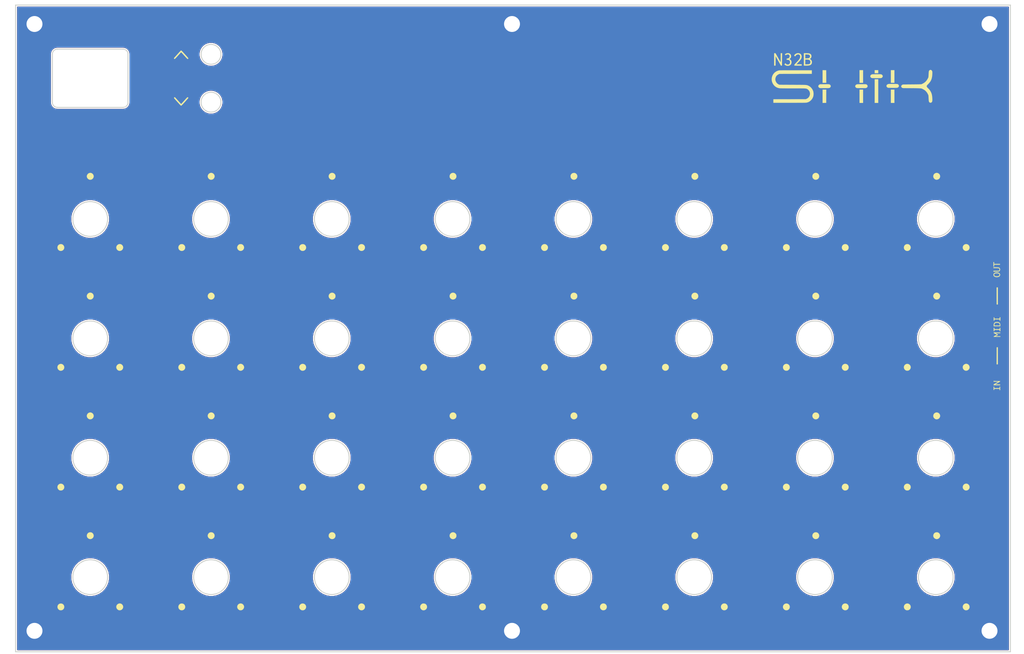
<source format=kicad_pcb>
(kicad_pcb (version 20171130) (host pcbnew "(5.1.8-0-10_14)")
  (layers (0 F.Cu signal) (31 B.Cu signal) (34 B.Paste user) (35 F.Paste user) (36 B.SilkS user) (37 F.SilkS user) (38 B.Mask user) (39 F.Mask user) (44 Edge.Cuts user))
  (net 0 "")
  (net 1 GND)
  (module "N32B mods:N32B_top_panel" (layer F.Cu) (at 150.069819 94.979901)
    (fp_text reference G*** hide)
    (fp_text value LOGO hide)
  )
  (module MountingHole:MountingHole_3.2mm_M3_DIN965_Pad (layer F.Cu) (at 53.77 155.780001)
    (fp_text reference H6 hide)
    (fp_text value MountingHole_Pad)
    (pad 1 thru_hole circle (at 0 0) (size 5.6 5.6) (drill 3.2) (layers *.Cu *.Mask) (net 1 GND))
  )
  (module MountingHole:MountingHole_3.2mm_M3_DIN965_Pad (layer F.Cu) (at 149.77 155.780001)
    (fp_text reference H5 hide)
    (fp_text value MountingHole_Pad)
    (pad 1 thru_hole circle (at 0 0) (size 5.6 5.6) (drill 3.2) (layers *.Cu *.Mask) (net 1 GND))
  )
  (module MountingHole:MountingHole_3.2mm_M3_DIN965_Pad (layer F.Cu) (at 53.77 33.78)
    (fp_text reference H1 hide)
    (fp_text value MountingHole_Pad)
    (pad 1 thru_hole circle (at 0 0) (size 5 5) (drill 3.2) (layers *.Cu *.Mask) (net 1 GND))
  )
  (module MountingHole:MountingHole_3.2mm_M3_DIN965_Pad (layer F.Cu) (at 149.77 33.78)
    (fp_text reference H2 hide)
    (fp_text value MountingHole_Pad)
    (pad 1 thru_hole circle (at 0 0) (size 5 5) (drill 3.2) (layers *.Cu *.Mask) (net 1 GND))
  )
  (module MountingHole:MountingHole_3.2mm_M3_DIN965_Pad (layer F.Cu) (at 245.77 155.780001)
    (fp_text reference H3 hide)
    (fp_text value MountingHole_Pad)
    (pad 1 thru_hole circle (at 0 0) (size 5 5) (drill 3.2) (layers *.Cu *.Mask) (net 1 GND))
  )
  (module MountingHole:MountingHole_3.2mm_M3_DIN965_Pad (layer F.Cu) (at 245.77 33.78)
    (fp_text reference H4 hide)
    (fp_text value MountingHole_Pad)
    (pad 1 thru_hole circle (at 0 0) (size 5.6 5.6) (drill 3.2) (layers *.Cu *.Mask) (net 1 GND))
  )
  (gr_circle (center 89.256 49.501075) (end 91.256 49.501075) (layer Edge.Cuts) (width 0.2))
  (gr_circle (center 89.256 39.880002) (end 91.256 39.880002) (layer Edge.Cuts) (width 0.2))
  (gr_arc (start 58.37 49.546539) (end 57.37 49.546539) (angle -90) (layer Edge.Cuts) (width 0.2))
  (gr_line (start 57.37 39.834539) (end 57.37 49.546539) (layer Edge.Cuts) (width 0.2))
  (gr_arc (start 58.37 39.834539) (end 58.37 38.834539) (angle -90) (layer Edge.Cuts) (width 0.2))
  (gr_line (start 71.569999 38.834539) (end 58.37 38.834539) (layer Edge.Cuts) (width 0.2))
  (gr_arc (start 71.57 39.834539) (end 72.57 39.834539) (angle -90) (layer Edge.Cuts) (width 0.2))
  (gr_line (start 72.57 49.546539) (end 72.57 39.834539) (layer Edge.Cuts) (width 0.2))
  (gr_arc (start 71.57 49.546539) (end 71.569999 50.546539) (angle -90) (layer Edge.Cuts) (width 0.2))
  (gr_line (start 58.37 50.546539) (end 71.569999 50.546539) (layer Edge.Cuts) (width 0.2))
  (gr_circle (center 234.97 72.98) (end 238.47 72.98) (layer Edge.Cuts) (width 0.2))
  (gr_circle (center 210.684285 72.98) (end 214.184285 72.98) (layer Edge.Cuts) (width 0.2))
  (gr_circle (center 186.398571 72.98) (end 189.898571 72.98) (layer Edge.Cuts) (width 0.2))
  (gr_circle (center 162.112857 72.98) (end 165.612857 72.98) (layer Edge.Cuts) (width 0.2))
  (gr_circle (center 137.827142 72.98) (end 141.327142 72.98) (layer Edge.Cuts) (width 0.2))
  (gr_circle (center 113.541428 72.98) (end 117.041428 72.98) (layer Edge.Cuts) (width 0.2))
  (gr_circle (center 89.255714 72.98) (end 92.755714 72.98) (layer Edge.Cuts) (width 0.2))
  (gr_circle (center 64.97 72.98) (end 68.47 72.98) (layer Edge.Cuts) (width 0.2))
  (gr_circle (center 234.97 96.98) (end 238.47 96.98) (layer Edge.Cuts) (width 0.2))
  (gr_circle (center 210.684285 96.98) (end 214.184285 96.98) (layer Edge.Cuts) (width 0.2))
  (gr_circle (center 186.398571 96.98) (end 189.898571 96.98) (layer Edge.Cuts) (width 0.2))
  (gr_circle (center 162.112857 96.98) (end 165.612857 96.98) (layer Edge.Cuts) (width 0.2))
  (gr_circle (center 137.827142 96.98) (end 141.327142 96.98) (layer Edge.Cuts) (width 0.2))
  (gr_circle (center 113.541428 96.98) (end 117.041428 96.98) (layer Edge.Cuts) (width 0.2))
  (gr_circle (center 89.255714 96.98) (end 92.755714 96.98) (layer Edge.Cuts) (width 0.2))
  (gr_circle (center 64.97 96.98) (end 68.47 96.98) (layer Edge.Cuts) (width 0.2))
  (gr_circle (center 234.97 120.98) (end 238.47 120.98) (layer Edge.Cuts) (width 0.2))
  (gr_circle (center 210.684285 120.98) (end 214.184285 120.98) (layer Edge.Cuts) (width 0.2))
  (gr_circle (center 186.398571 120.98) (end 189.898571 120.98) (layer Edge.Cuts) (width 0.2))
  (gr_circle (center 162.112857 120.98) (end 165.612857 120.98) (layer Edge.Cuts) (width 0.2))
  (gr_circle (center 137.827142 120.98) (end 141.327142 120.98) (layer Edge.Cuts) (width 0.2))
  (gr_circle (center 113.541428 120.98) (end 117.041428 120.98) (layer Edge.Cuts) (width 0.2))
  (gr_circle (center 89.255714 120.98) (end 92.755714 120.98) (layer Edge.Cuts) (width 0.2))
  (gr_circle (center 64.97 120.98) (end 68.47 120.98) (layer Edge.Cuts) (width 0.2))
  (gr_line (start 49.97 29.980108) (end 49.97 159.979695) (layer Edge.Cuts) (width 0.2))
  (gr_line (start 249.969639 29.980108) (end 49.97 29.980108) (layer Edge.Cuts) (width 0.2))
  (gr_line (start 249.969639 159.979696) (end 249.969639 29.980108) (layer Edge.Cuts) (width 0.2))
  (gr_circle (center 89.255714 144.98) (end 92.755714 144.98) (layer Edge.Cuts) (width 0.2))
  (gr_circle (center 64.97 144.98) (end 68.47 144.98) (layer Edge.Cuts) (width 0.2))
  (gr_line (start 49.97 159.979695) (end 249.969639 159.979696) (layer Edge.Cuts) (width 0.2))
  (gr_circle (center 162.112857 144.98) (end 165.612857 144.98) (layer Edge.Cuts) (width 0.2))
  (gr_circle (center 137.827142 144.98) (end 141.327142 144.98) (layer Edge.Cuts) (width 0.2))
  (gr_circle (center 113.541428 144.98) (end 117.041428 144.98) (layer Edge.Cuts) (width 0.2))
  (gr_circle (center 234.97 144.98) (end 238.47 144.98) (layer Edge.Cuts) (width 0.2))
  (gr_circle (center 210.684285 144.98) (end 214.184285 144.98) (layer Edge.Cuts) (width 0.2))
  (gr_circle (center 186.398571 144.98) (end 189.898571 144.98) (layer Edge.Cuts) (width 0.2))
  (zone (net 1) (net_name GND) (layer F.Cu) (connect_pads yes (clearance 0.2)) (min_thickness 0.254) (fill yes (arc_segments 32) (thermal_gap 0.508) (thermal_bridge_width 0.508))
    (polygon (pts (xy 49.276 29.21) (xy 250.444 28.956) (xy 250.19 160.274) (xy 49.276 160.274)))
  )
  (zone (net 1) (net_name GND) (layer B.Cu) (connect_pads yes (clearance 0.2)) (min_thickness 0.254) (fill yes (arc_segments 32) (thermal_gap 0.508) (thermal_bridge_width 0.508))
    (polygon (pts (xy 49.276 29.21) (xy 250.444 28.956) (xy 250.19 160.274) (xy 49.276 160.274)))
  )
)
</source>
